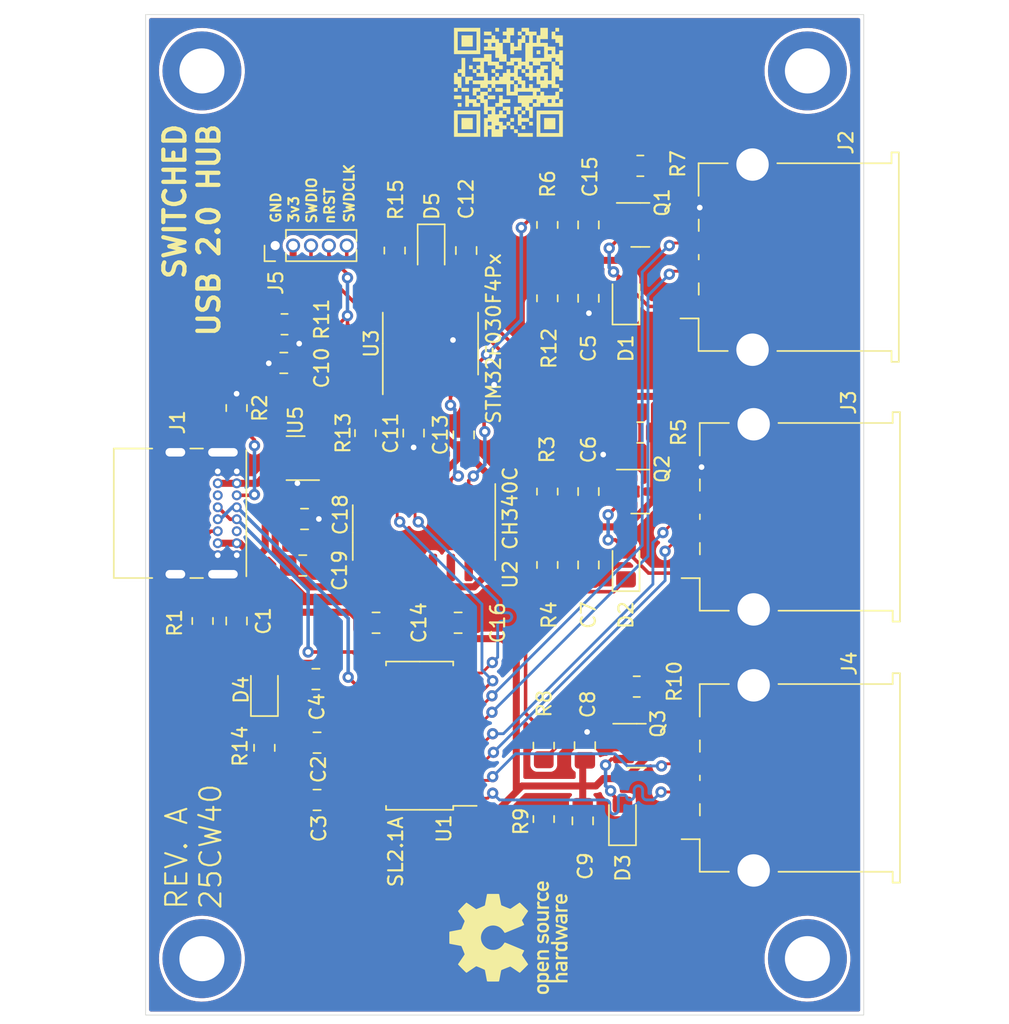
<source format=kicad_pcb>
(kicad_pcb (version 20211014) (generator pcbnew)
  (layers (0 "F.Cu" signal) (31 "B.Cu" signal) (34 "B.Paste" user) (35 "F.Paste" user) (36 "B.SilkS" user "B.Silkscreen") (37 "F.SilkS" user "F.Silkscreen") (38 "B.Mask" user) (39 "F.Mask" user) (44 "Edge.Cuts" user))
  (net 0 "")
  (net 1 "+5V")
  (net 2 "GND")
  (net 3 "Net-(C2-Pad1)")
  (net 4 "Net-(C3-Pad2)")
  (net 5 "+3V3")
  (net 6 "Net-(D1-Pad1)")
  (net 7 "Net-(D1-Pad2)")
  (net 8 "Net-(D2-Pad1)")
  (net 9 "Net-(D2-Pad2)")
  (net 10 "Net-(D3-Pad1)")
  (net 11 "Net-(D3-Pad2)")
  (net 12 "Net-(D4-Pad1)")
  (net 13 "Net-(D5-Pad1)")
  (net 14 "Net-(D5-Pad2)")
  (net 15 "Net-(J1-PadA5)")
  (net 16 "Net-(J1-PadA6)")
  (net 17 "Net-(J1-PadA7)")
  (net 19 "Net-(J1-PadB5)")
  (net 21 "/D2-")
  (net 22 "/D2+")
  (net 23 "/D3-")
  (net 24 "/D3+")
  (net 25 "/D4-")
  (net 26 "/D4+")
  (net 27 "Net-(J5-Pad3)")
  (net 28 "Net-(J5-Pad4)")
  (net 29 "Net-(J5-Pad5)")
  (net 30 "Net-(Q1-Pad1)")
  (net 31 "Net-(Q2-Pad1)")
  (net 32 "Net-(Q3-Pad1)")
  (net 33 "/mcu_subsys/PSU_SW1")
  (net 34 "/mcu_subsys/PSU_SW0")
  (net 35 "/mcu_subsys/PSU_SW2")
  (net 36 "Net-(R13-Pad2)")
  (net 37 "/D1-")
  (net 38 "/D1+")
  (net 41 "Net-(U2-Pad2)")
  (net 42 "Net-(U2-Pad3)")
  (footprint "Resistor_SMD:R_0805_2012Metric_Pad1.20x1.40mm_HandSolder" (layer "F.Cu") (at 188.849 100.076 90)
    (fp_text reference "R12")
    (fp_text value "330R")
  )
  (footprint "Capacitor_SMD:C_0805_2012Metric_Pad1.18x1.45mm_HandSolder" (layer "F.Cu") (at 179.355 109.642 90)
    (fp_text reference "C11")
    (fp_text value "1uF")
  )
  (footprint "Capacitor_SMD:C_0805_2012Metric_Pad1.18x1.45mm_HandSolder" (layer "F.Cu") (at 172.497 135.677)
    (fp_text reference "C3")
    (fp_text value "10uF")
  )
  (footprint "Package_TO_SOT_SMD:SOT-23" (layer "F.Cu") (at 195.199 131.826)
    (fp_text reference "Q3")
    (fp_text value "IRLML6402")
  )
  (footprint "Capacitor_SMD:C_0805_2012Metric_Pad1.18x1.45mm_HandSolder" (layer "F.Cu") (at 191.77 118.999 -90)
    (fp_text reference "C7")
    (fp_text value "1uF")
  )
  (footprint "Capacitor_SMD:C_0805_2012Metric_Pad1.18x1.45mm_HandSolder" (layer "F.Cu") (at 183.0888 96.688 90)
    (fp_text reference "C12")
    (fp_text value "10uF")
  )
  (footprint "Package_TO_SOT_SMD:SOT-23" (layer "F.Cu") (at 195.453 94.869)
    (fp_text reference "Q1")
    (fp_text value "IRLML6402")
  )
  (footprint "Capacitor_SMD:C_0805_2012Metric_Pad1.18x1.45mm_HandSolder" (layer "F.Cu") (at 171.481 119.04)
    (fp_text reference "C19")
    (fp_text value "100nF")
  )
  (footprint "Package_SO:SOIC-16_4.55x10.3mm_P1.27mm" (layer "F.Cu") (at 179.7812 131.1148 180)
    (fp_text reference "U1")
    (fp_text value "SL2.1A")
  )
  (footprint "Capacitor_SMD:C_0805_2012Metric_Pad1.18x1.45mm_HandSolder" (layer "F.Cu") (at 182.911 109.769 90)
    (fp_text reference "C13")
    (fp_text value "0.1uF")
  )
  (footprint "Connector_USB:USB_A_TE_292303-7_Horizontal" (layer "F.Cu") (at 206.2028 115.5856 90)
    (fp_text reference "J3")
    (fp_text value "USB_A")
  )
  (footprint "Connector_USB:USB_A_TE_292303-7_Horizontal" (layer "F.Cu") (at 206.2028 134.112 90)
    (fp_text reference "J4")
    (fp_text value "USB_A")
  )
  (footprint "images:qr" (layer "F.Cu") (at 186.086 84.75 90)
    (fp_text reference "G***" hide)
    (fp_text value "LOGO" hide)
  )
  (footprint "MountingHole:MountingHole_3.2mm_M3_DIN965_Pad" (layer "F.Cu") (at 164.32 83.94)
    (fp_text reference "REF**" hide)
    (fp_text value "MountingHole_3.2mm_M3_DIN965_Pad")
  )
  (footprint "Capacitor_SMD:C_0805_2012Metric_Pad1.18x1.45mm_HandSolder" (layer "F.Cu") (at 191.77 113.792 90)
    (fp_text reference "C6")
    (fp_text value "100nF")
  )
  (footprint "LED_SMD:LED_0805_2012Metric_Pad1.15x1.40mm_HandSolder" (layer "F.Cu") (at 194.437 118.999 90)
    (fp_text reference "D2")
    (fp_text value "LED")
  )
  (footprint "Resistor_SMD:R_0805_2012Metric_Pad1.20x1.40mm_HandSolder" (layer "F.Cu") (at 188.595 131.826 90)
    (fp_text reference "R8")
    (fp_text value "100")
  )
  (footprint "Resistor_SMD:R_0805_2012Metric_Pad1.20x1.40mm_HandSolder" (layer "F.Cu") (at 170.1856 101.9204)
    (fp_text reference "R11")
    (fp_text value "10k")
  )
  (footprint "Package_TO_SOT_SMD:SOT-23" (layer "F.Cu") (at 195.453 113.792)
    (fp_text reference "Q2")
    (fp_text value "IRLML6402")
  )
  (footprint "Capacitor_SMD:C_0805_2012Metric_Pad1.18x1.45mm_HandSolder" (layer "F.Cu") (at 191.77 100.076 -90)
    (fp_text reference "C5")
    (fp_text value "1uF")
  )
  (footprint "Package_SO:SOIC-16_3.9x9.9mm_P1.27mm" (layer "F.Cu") (at 180.0916 116.7032 -90)
    (fp_text reference "U2")
    (fp_text value "CH340C")
  )
  (footprint "LED_SMD:LED_0805_2012Metric_Pad1.15x1.40mm_HandSolder" (layer "F.Cu") (at 194.183 137.033 90)
    (fp_text reference "D3")
    (fp_text value "LED")
  )
  (footprint "Capacitor_SMD:C_0805_2012Metric_Pad1.18x1.45mm_HandSolder" (layer "F.Cu") (at 172.4152 127.1016)
    (fp_text reference "C4")
    (fp_text value "100nF")
  )
  (footprint "Connector_USB:USB_C_Receptacle_GCT_USB4085" (layer "F.Cu") (at 166.7938 112.3566 -90)
    (fp_text reference "J1")
    (fp_text value "USB_C_Receptacle_USB2.0")
  )
  (footprint "Resistor_SMD:R_0805_2012Metric_Pad1.20x1.40mm_HandSolder" (layer "F.Cu") (at 195.453 109.601 180)
    (fp_text reference "R5")
    (fp_text value "10k")
  )
  (footprint "Package_TO_SOT_SMD:SOT-23" (layer "F.Cu") (at 170.973 111.42 180)
    (fp_text reference "U5")
    (fp_text value "MCP1700x-330xxTT")
  )
  (footprint "Resistor_SMD:R_0805_2012Metric_Pad1.20x1.40mm_HandSolder" (layer "F.Cu") (at 188.849 118.999 90)
    (fp_text reference "R4")
    (fp_text value "330R")
  )
  (footprint "Resistor_SMD:R_0805_2012Metric_Pad1.20x1.40mm_HandSolder" (layer "F.Cu") (at 164.369 122.977 -90)
    (fp_text reference "R1")
    (fp_text value "5.1K")
  )
  (footprint "Resistor_SMD:R_0805_2012Metric_Pad1.20x1.40mm_HandSolder" (layer "F.Cu") (at 188.849 113.792 90)
    (fp_text reference "R3")
    (fp_text value "100")
  )
  (footprint "images:oss" (layer "F.Cu") (at 186.086 145.456 90)
    (fp_text reference "G***" hide)
    (fp_text value "LOGO" hide)
  )
  (footprint "Capacitor_SMD:C_0805_2012Metric_Pad1.18x1.45mm_HandSolder" (layer "F.Cu") (at 191.77 94.869 90)
    (fp_text reference "C15")
    (fp_text value "100nF")
  )
  (footprint "LED_SMD:LED_0805_2012Metric_Pad1.15x1.40mm_HandSolder" (layer "F.Cu") (at 168.7576 127.8636 90)
    (fp_text reference "D4")
    (fp_text value "5V IN")
  )
  (footprint "Capacitor_SMD:C_0805_2012Metric_Pad1.18x1.45mm_HandSolder" (layer "F.Cu") (at 182.514 123.104)
    (fp_text reference "C16")
    (fp_text value "100nF")
  )
  (footprint "LED_SMD:LED_0805_2012Metric_Pad1.15x1.40mm_HandSolder" (layer "F.Cu") (at 194.437 100.076 90)
    (fp_text reference "D1")
    (fp_text value "LED")
  )
  (footprint "Package_SO:TSSOP-20_4.4x6.5mm_P0.65mm" (layer "F.Cu") (at 180.5488 103.292 90)
    (fp_text reference "U3")
    (fp_text value "STM32F030F4Px")
  )
  (footprint "Resistor_SMD:R_0805_2012Metric_Pad1.20x1.40mm_HandSolder" (layer "F.Cu") (at 195.199 127.635 180)
    (fp_text reference "R10")
    (fp_text value "10k")
  )
  (footprint "Resistor_SMD:R_0805_2012Metric_Pad1.20x1.40mm_HandSolder" (layer "F.Cu") (at 175.926 109.642 90)
    (fp_text reference "R13")
    (fp_text value "10k")
  )
  (footprint "MountingHole:MountingHole_3.2mm_M3_DIN965_Pad" (layer "F.Cu") (at 207.32 146.94)
    (fp_text reference "REF**" hide)
    (fp_text value "MountingHole_3.2mm_M3_DIN965_Pad")
  )
  (footprint "Capacitor_SMD:C_0805_2012Metric_Pad1.18x1.45mm_HandSolder" (layer "F.Cu") (at 176.688 123.104)
    (fp_text reference "C14")
    (fp_text value "10uF")
  )
  (footprint "Resistor_SMD:R_0805_2012Metric_Pad1.20x1.40mm_HandSolder" (layer "F.Cu") (at 188.849 94.869 90)
    (fp_text reference "R6")
    (fp_text value "100")
  )
  (footprint "LED_SMD:LED_0805_2012Metric_Pad1.15x1.40mm_HandSolder" (layer "F.Cu") (at 180.5996 96.688 -90)
    (fp_text reference "D5")
    (fp_text value "TEST LED")
  )
  (footprint "Capacitor_SMD:C_0805_2012Metric_Pad1.18x1.45mm_HandSolder" (layer "F.Cu") (at 171.608 115.738)
    (fp_text reference "C18")
    (fp_text value "10uF")
  )
  (footprint "Capacitor_SMD:C_0805_2012Metric_Pad1.18x1.45mm_HandSolder" (layer "F.Cu") (at 191.3636 137.16 -90)
    (fp_text reference "C9")
    (fp_text value "1uF")
  )
  (footprint "MountingHole:MountingHole_3.2mm_M3_DIN965_Pad" (layer "F.Cu") (at 207.32 83.94)
    (fp_text reference "REF**" hide)
    (fp_text value "MountingHole_3.2mm_M3_DIN965_Pad")
  )
  (footprint "Capacitor_SMD:C_0805_2012Metric_Pad1.18x1.45mm_HandSolder" (layer "F.Cu") (at 172.497 131.613 180)
    (fp_text reference "C2")
    (fp_text value "10uF")
  )
  (footprint "Resistor_SMD:R_0805_2012Metric_Pad1.20x1.40mm_HandSolder" (layer "F.Cu") (at 195.453 90.678 180)
    (fp_text reference "R7")
    (fp_text value "10k")
  )
  (footprint "Connector_PinHeader_1.27mm:PinHeader_1x05_P1.27mm_Vertical" (layer "F.Cu") (at 169.5252 96.3324 90)
    (fp_text reference "J5")
    (fp_text value "JTAG_CONN")
  )
  (footprint "Resistor_SMD:R_0805_2012Metric_Pad1.20x1.40mm_HandSolder" (layer "F.Cu") (at 166.782 107.864 -90)
    (fp_text reference "R2")
    (fp_text value "5.1K")
  )
  (footprint "Capacitor_SMD:C_0805_2012Metric_Pad1.18x1.45mm_HandSolder" (layer "F.Cu") (at 170.1348 104.6636)
    (fp_text reference "C10")
    (fp_text value "100nF")
  )
  (footprint "Resistor_SMD:R_0805_2012Metric_Pad1.20x1.40mm_HandSolder" (layer "F.Cu") (at 178.0088 96.688 -90)
    (fp_text reference "R15")
    (fp_text value "330R")
  )
  (footprint "MountingHole:MountingHole_3.2mm_M3_DIN965_Pad" (layer "F.Cu") (at 164.32 146.94)
    (fp_text reference "REF**" hide)
    (fp_text value "MountingHole_3.2mm_M3_DIN965_Pad")
  )
  (footprint "Capacitor_SMD:C_0805_2012Metric_Pad1.18x1.45mm_HandSolder" (layer "F.Cu") (at 166.782 122.977 90)
    (fp_text reference "C1")
    (fp_text value "10uF")
  )
  (footprint "Capacitor_SMD:C_0805_2012Metric_Pad1.18x1.45mm_HandSolder" (layer "F.Cu") (at 191.516 131.826 90)
    (fp_text reference "C8")
    (fp_text value "100nF")
  )
  (footprint "Connector_USB:USB_A_TE_292303-7_Horizontal" (layer "F.Cu") (at 206.121 97.155 90)
    (fp_text reference "J2")
    (fp_text value "USB_A")
  )
  (footprint "Resistor_SMD:R_0805_2012Metric_Pad1.20x1.40mm_HandSolder" (layer "F.Cu") (at 188.595 137.033 90)
    (fp_text reference "R9")
    (fp_text value "330R")
  )
  (footprint "Resistor_SMD:R_0805_2012Metric_Pad1.20x1.40mm_HandSolder" (layer "F.Cu") (at 168.7576 131.9784 -90)
    (fp_text reference "R14")
    (fp_text value "330R")
  )
  (gr_rect (start 160.32 79.94) (end 211.32 150.94) (layer "Edge.Cuts") (width 0.05) (fill none))
  (gr_text "3v3" (at 170.846 93.767 90) (layer "F.SilkS") (effects (font (size 0.7 0.7))))
  (gr_text "SWITCHED\nUSB 2.0 HUB" (at 163.607 87.544 90) (layer "F.SilkS") (effects (font (size 1.5 1.5) (thickness 0.3)) (justify right)))
  (gr_text "SWDIO" (at 172.116 93.132 90) (layer "F.SilkS") (effects (font (size 0.7 0.7))))
  (gr_text "SWDCLK" (at 174.783 92.624 90) (layer "F.SilkS") (effects (font (size 0.7 0.7))))
  (gr_text "GND" (at 169.576 93.64 90) (layer "F.SilkS") (effects (font (size 0.7 0.7))))
  (gr_text "REV. A\n25CW40" (at 163.734 143.551 90) (layer "F.SilkS") (effects (font (size 1.5 1.5)) (justify left)))
  (gr_text "nRST" (at 173.386 93.513 90) (layer "F.SilkS") (effects (font (size 0.7 0.7))))
  (segment (start 191.77 97.3836) (end 194.466217 97.3836) (width 0.5) (layer "F.Cu") (net 1))
  (segment (start 191.77 95.9065) (end 191.77 97.3836) (width 0.5) (layer "F.Cu") (net 1))
  (segment (start 169.6196 125.9766) (end 168.32 124.677) (width 0.5) (layer "F.Cu") (net 1))
  (segment (start 168.7576 126.8386) (end 169.6196 125.9766) (width 0.5) (layer "F.Cu") (net 1))
  (segment (start 168.129431 118.581569) (end 168.814 117.897) (width 0.5) (layer "F.Cu") (net 1))
  (segment (start 196.1365 131.826) (end 196.1365 127.6975) (width 0.5) (layer "F.Cu") (net 1))
  (segment (start 168.814 114.722) (end 169.322 114.214) (width 0.5) (layer "F.Cu") (net 1))
  (segment (start 168.32 124.233) (end 167.0005 124.233) (width 0.5) (layer "F.Cu") (net 1))
  (segment (start 169.6196 125.9766) (end 172.3277 125.9766) (width 0.5) (layer "F.Cu") (net 1))
  (segment (start 196.1365 127.6975) (end 196.199 127.635) (width 0.5) (layer "F.Cu") (net 1))
  (segment (start 191.358 134.6864) (end 191.3636 134.6808) (width 0.5) (layer "F.Cu") (net 1))
  (segment (start 187.0512 134.6864) (end 191.358 134.6864) (width 0.5) (layer "F.Cu") (net 1))
  (segment (start 168.32 118.772139) (end 168.129431 118.581569) (width 0.5) (layer "F.Cu") (net 1))
  (segment (start 167.0005 124.233) (end 166.782 124.0145) (width 0.5) (layer "F.Cu") (net 1))
  (segment (start 190.7325 100.076) (end 188.129761 100.076) (width 0.5) (layer "F.Cu") (net 1))
  (segment (start 168.052 95.926) (end 168.052 108.118) (width 0.5) (layer "F.Cu") (net 1))
  (segment (start 196.3905 114.382317) (end 194.473817 116.299) (width 0.5) (layer "F.Cu") (net 1))
  (segment (start 202.9516 101.1584) (end 196.453 107.657) (width 0.5) (layer "F.Cu") (net 1))
  (segment (start 196.3905 94.869) (end 196.3905 90.7405) (width 0.5) (layer "F.Cu") (net 1))
  (segment (start 176.5312 129.2098) (end 176.9518 129.2098) (width 0.5) (layer "F.Cu") (net 1))
  (segment (start 196.3905 90.7405) (end 196.453 90.678) (width 0.5) (layer "F.Cu") (net 1))
  (segment (start 170.0355 110.1015) (end 170.0355 111.42) (width 0.5) (layer "F.Cu") (net 1))
  (segment (start 181.7172 136.9216) (end 184.816 136.9216) (width 0.5) (layer "F.Cu") (net 1))
  (segment (start 187.749 101.695239) (end 193.092261 107.0385) (width 0.5) (layer "F.Cu") (net 1))
  (segment (start 180.3515 124.229) (end 176.7755 124.229) (width 0.5) (layer "F.Cu") (net 1))
  (segment (start 188.129761 100.076) (end 187.749 100.456761) (width 0.5) (layer "F.Cu") (net 1))
  (segment (start 186.6448 125.2186) (end 186.6448 135.0928) (width 0.5) (layer "F.Cu") (net 1))
  (segment (start 168.32 124.677) (end 168.32 124.233) (width 0.5) (layer "F.Cu") (net 1))
  (segment (start 168.32 124.233) (end 168.32 122.356) (width 0.5) (layer "F.Cu") (net 1))
  (segment (start 199.689 90.678) (end 202.9516 93.9406) (width 0.5) (layer "F.Cu") (net 1))
  (segment (start 202.9516 93.9406) (end 202.9516 101.1584) (width 0.5) (layer "F.Cu") (net 1))
  (segment (start 165.4438 117.4566) (end 166.7938 117.4566) (width 0.5) (layer "F.Cu") (net 1))
  (segment (start 168.129431 118.581569) (end 167.004461 117.4566) (width 0.5) (layer "F.Cu") (net 1))
  (segment (start 191.77 116.299) (end 191.77 114.8295) (width 0.5) (layer "F.Cu") (net 1))
  (segment (start 184.816 136.9216) (end 187.0512 134.6864) (width 0.5) (layer "F.Cu") (net 1))
  (segment (start 191.3636 134.6808) (end 192.2973 134.6808) (width 0.5) (layer "F.Cu") (net 1))
  (segment (start 172.3277 125.9766) (end 173.4527 127.1016) (width 0.5) (layer "F.Cu") (net 1))
  (segment (start 174.9025 122.356) (end 175.6505 123.104) (width 0.5) (layer "F.Cu") (net 1))
  (segment (start 202.633994 111.965994) (end 202.633994 119.510006) (width 0.5) (layer "F.Cu") (net 1))
  (segment (start 168.53575 112.91975) (end 170.0355 111.42) (width 0.5) (layer "F.Cu") (net 1))
  (segment (start 174.4 89.578) (end 168.052 95.926) (width 0.5) (layer "F.Cu") (net 1))
  (segment (start 167.004461 117.4566) (end 166.7938 117.4566) (width 0.5) (layer "F.Cu") (net 1))
  (segment (start 185.6552 124.229) (end 186.6448 125.2186) (width 0.5) (layer "F.Cu") (net 1))
  (segment (start 173.4527 127.1016) (end 173.5736 127.1016) (width 0.5) (layer "F.Cu") (net 1))
  (segment (start 191.3636 133.0159) (end 191.516 132.8635) (width 0.5) (layer "F.Cu") (net 1))
  (segment (start 181.4765 123.104) (end 180.3515 124.229) (width 0.5) (layer "F.Cu") (net 1))
  (segment (start 196.199 125.945) (end 196.199 127.635) (width 0.5) (layer "F.Cu") (net 1))
  (segment (start 168.052 108.118) (end 170.0355 110.1015) (width 0.5) (layer "F.Cu") (net 1))
  (segment (start 187.749 100.456761) (end 187.749 101.695239) (width 0.5) (layer "F.Cu") (net 1))
  (segment (start 169.322 113.706) (end 168.53575 112.91975) (width 0.5) (layer "F.Cu") (net 1))
  (segment (start 196.3905 113.792) (end 196.3905 109.6635) (width 0.5) (layer "F.Cu") (net 1))
  (segment (start 195.353 89.578) (end 174.4 89.578) (width 0.5) (layer "F.Cu") (net 1))
  (segment (start 192.2973 134.6808) (end 192.8153 134.1628) (width 0.5) (layer "F.Cu") (net 1))
  (segment (start 191.3636 136.1225) (end 191.3636 134.6808) (width 0.5) (layer "F.Cu") (net 1))
  (segment (start 196.453 90.678) (end 199.689 90.678) (width 0.5) (layer "F.Cu") (net 1))
  (segment (start 180.8536 133.1116) (end 180.8536 136.058) (width 0.5) (layer "F.Cu") (net 1))
  (segment (start 200.269 109.601) (end 202.633994 111.965994) (width 0.5) (layer "F.Cu") (net 1))
  (segment (start 194.390017 134.1628) (end 196.1365 132.416317) (width 0.5) (layer "F.Cu") (net 1))
  (segment (start 196.3905 113.792) (end 196.3905 114.382317) (width 0.5) (layer "F.Cu") (net 1))
  (segment (start 196.453 90.678) (end 195.353 89.578) (width 0.5) (layer "F.Cu") (net 1))
  (segment (start 168.814 117.897) (end 168.814 114.722) (width 0.5) (layer "F.Cu") (net 1))
  (segment (start 191.77 97.3836) (end 191.77 99.0385) (width 0.5) (layer "F.Cu") (net 1))
  (segment (start 180.8536 136.058) (end 181.7172 136.9216) (width 0.5) (layer "F.Cu") (net 1))
  (segment (start 191.3636 134.6808) (end 191.3636 133.0159) (width 0.5) (layer "F.Cu") (net 1))
  (segment (start 165.4438 113.2066) (end 166.7938 113.2066) (width 0.5) (layer "F.Cu") (net 1))
  (segment (start 191.77 117.9615) (end 191.77 116.299) (width 0.5) (layer "F.Cu") (net 1))
  (segment (start 196.3905 109.6635) (end 196.453 109.601) (width 0.5) (layer "F.Cu") (net 1))
  (segment (start 169.322 114.214) (end 169.322 113.706) (width 0.5) (layer "F.Cu") (net 1))
  (segment (start 196.453 109.601) (end 200.269 109.601) (width 0.5) (layer "F.Cu") (net 1))
  (segment (start 196.3905 95.459317) (end 196.3905 94.869) (width 0.5) (layer "F.Cu") (net 1))
  (segment (start 168.2489 113.2066) (end 168.53575 112.91975) (width 0.5) (layer "F.Cu") (net 1))
  (segment (start 196.453 107.657) (end 196.453 109.601) (width 0.5) (layer "F.Cu") (net 1))
  (segment (start 194.473817 116.299) (end 191.77 116.299) (width 0.5) (layer "F.Cu") (net 1))
  (segment (start 193.092261 107.0385) (end 197.0715 107.0385) (width 0.5) (layer "F.Cu") (net 1))
  (segment (start 191.77 99.0385) (end 190.7325 100.076) (width 0.5) (layer "F.Cu") (net 1))
  (segment (start 173.5736 127.1016) (end 175.7228 129.2508) (width 0.5) (layer "F.Cu") (net 1))
  (segment (start 166.7938 113.2066) (end 168.2489 113.2066) (width 0.5) (layer "F.Cu") (net 1))
  (segment (start 168.32 122.356) (end 168.32 118.772139) (width 0.5) (layer "F.Cu") (net 1))
  (segment (start 168.32 122.356) (end 174.9025 122.356) (width 0.5) (layer "F.Cu") (net 1))
  (segment (start 196.1365 132.416317) (end 196.1365 131.826) (width 0.5) (layer "F.Cu") (net 1))
  (segment (start 176.7755 124.229) (end 175.6505 123.104) (width 0.5) (layer "F.Cu") (net 1))
  (segment (start 176.9518 129.2098) (end 180.8536 133.1116) (width 0.5) (layer "F.Cu") (net 1))
  (segment (start 192.8153 134.1628) (end 194.390017 134.1628) (width 0.5) (layer "F.Cu") (net 1))
  (segment (start 181.4765 123.104) (end 182.6015 124.229) (width 0.5) (layer "F.Cu") (net 1))
  (segment (start 182.6015 124.229) (end 185.6552 124.229) (width 0.5) (layer "F.Cu") (net 1))
  (segment (start 202.633994 119.510006) (end 196.199 125.945) (width 0.5) (layer "F.Cu") (net 1))
  (segment (start 194.466217 97.3836) (end 196.3905 95.459317) (width 0.5) (layer "F.Cu") (net 1))
  (segment (start 169.0934 104.6636) (end 169.068 104.689) (width 0.5) (layer "F.Cu") (net 2))
  (segment (start 169.0973 104.6636) (end 169.0934 104.6636) (width 0.5) (layer "F.Cu") (net 2))
  (via (at 171.1 113.198) (size 0.8) (drill 0.4) (layers "F.Cu" "B.Cu") (net 2))
  (via (at 199.675 93.64) (size 0.8) (drill 0.4) (layers "F.Cu" "B.Cu") (net 2))
  (via (at 185.07 106.213) (size 0.8) (drill 0.4) (layers "F.Cu" "B.Cu") (net 2))
  (via (at 179.355 110.658) (size 0.8) (drill 0.4) (layers "F.Cu" "B.Cu") (net 2))
  (via (at 191.801 101.133) (size 0.8) (drill 0.4) (layers "F.Cu" "B.Cu") (net 2))
  (via (at 182.149 103.038) (size 0.8) (drill 0.4) (layers "F.Cu" "B.Cu") (net 2))
  (via (at 166.782 106.848) (size 0.8) (drill 0.4) (layers "F.Cu" "B.Cu") (net 2))
  (via (at 172.624 115.738) (size 0.8) (drill 0.4) (layers "F.Cu" "B.Cu") (net 2))
  (via (at 171.227 103.292) (size 0.8) (drill 0.4) (layers "F.Cu" "B.Cu") (net 2))
  (via (at 192.817 111.166) (size 0.8) (drill 0.4) (layers "F.Cu" "B.Cu") (net 2))
  (via (at 169.068 104.689) (size 0.8) (drill 0.4) (layers "F.Cu" "B.Cu") (net 2))
  (via (at 199.802 112.055) (size 0.8) (drill 0.4) (layers "F.Cu" "B.Cu") (net 2))
  (via (at 191.674 130.851) (size 0.8) (drill 0.4) (layers "F.Cu" "B.Cu") (net 2))
  (segment (start 176.5312 131.7498) (end 173.6713 131.7498) (width 0.25) (layer "F.Cu") (net 3))
  (segment (start 173.6713 131.7498) (end 173.5345 131.613) (width 0.25) (layer "F.Cu") (net 3))
  (segment (start 176.4042 133.1468) (end 176.5312 133.0198) (width 0.25) (layer "F.Cu") (net 4))
  (segment (start 176.5312 133.0198) (end 176.1917 133.0198) (width 0.25) (layer "F.Cu") (net 4))
  (segment (start 176.1917 133.0198) (end 173.5345 135.677) (width 0.25) (layer "F.Cu") (net 4))
  (segment (start 180.7012 113.2488) (end 179.475 112.0226) (width 0.5) (layer "F.Cu") (net 5))
  (segment (start 169.5252 116.7833) (end 169.5252 118.1217) (width 0.5) (layer "F.Cu") (net 5))
  (segment (start 171.9105 110.47) (end 171.5803 110.1398) (width 0.5) (layer "F.Cu") (net 5))
  (segment (start 170.7952 100.3108) (end 170.7952 96.3324) (width 0.5) (layer "F.Cu") (net 5))
  (segment (start 184.5366 119.1782) (end 185.2366 118.4782) (width 0.5) (layer "F.Cu") (net 5))
  (segment (start 180.2238 99.634893) (end 180.566693 99.292) (width 0.5) (layer "F.Cu") (net 5))
  (segment (start 169.1856 102.6769) (end 171.1723 104.6636) (width 0.5) (layer "F.Cu") (net 5))
  (segment (start 182.5046 110.8065) (end 182.911 110.8065) (width 0.5) (layer "F.Cu") (net 5))
  (segment (start 185.2366 113.175383) (end 182.911 110.849783) (width 0.5) (layer "F.Cu") (net 5))
  (segment (start 171.9105 110.47) (end 173.4631 112.0226) (width 0.5) (layer "F.Cu") (net 5))
  (segment (start 180.2738 100.4795) (end 180.2738 106.1045) (width 0.5) (layer "F.Cu") (net 5))
  (segment (start 171.3907 114.9178) (end 170.5705 115.738) (width 0.5) (layer "F.Cu") (net 5))
  (segment (start 180.2238 100.4295) (end 180.2738 100.4795) (width 0.5) (layer "F.Cu") (net 5))
  (segment (start 171.513017 114.9178) (end 171.3907 114.9178) (width 0.5) (layer "F.Cu") (net 5))
  (segment (start 179.355 108.7315) (end 180.4296 108.7315) (width 0.5) (layer "F.Cu") (net 5))
  (segment (start 171.5803 110.1398) (end 171.5803 105.0716) (width 0.5) (layer "F.Cu") (net 5))
  (segment (start 180.4296 108.7315) (end 182.5046 110.8065) (width 0.5) (layer "F.Cu") (net 5))
  (segment (start 182.911 111.039) (end 180.7012 113.2488) (width 0.5) (layer "F.Cu") (net 5))
  (segment (start 185.2366 118.4782) (end 185.2366 113.175383) (width 0.5) (layer "F.Cu") (net 5))
  (segment (start 171.5803 105.0716) (end 171.1723 104.6636) (width 0.5) (layer "F.Cu") (net 5))
  (segment (start 179.475 112.0226) (end 174.2934 112.0226) (width 0.5) (layer "F.Cu") (net 5))
  (segment (start 184.5366 119.661017) (end 183.644417 120.5532) (width 0.5) (layer "F.Cu") (net 5))
  (segment (start 180.566693 99.292) (end 181.5008 99.292) (width 0.5) (layer "F.Cu") (net 5))
  (segment (start 182.911 110.8065) (end 182.911 111.039) (width 0.5) (layer "F.Cu") (net 5))
  (segment (start 180.2738 106.1045) (end 180.2238 106.1545) (width 0.5) (layer "F.Cu") (net 5))
  (segment (start 173.4631 112.0226) (end 174.2934 112.0226) (width 0.5) (layer "F.Cu") (net 5))
  (segment (start 170.5705 115.738) (end 169.5252 116.7833) (width 0.5) (layer "F.Cu") (net 5))
  (segment (start 182.911 110.849783) (end 182.911 110.8065) (width 0.5) (layer "F.Cu") (net 5))
  (segment (start 180.2238 107.8627) (end 179.355 108.7315) (width 0.5) (layer "F.Cu") (net 5))
  (segment (start 181.5008 99.292) (end 183.0673 97.7255) (width 0.5) (layer "F.Cu") (net 5))
  (segment (start 180.2238 100.4295) (end 180.2238 99.634893) (width 0.5) (layer "F.Cu") (net 5))
  (segment (start 180.2238 106.1545) (end 180.2238 107.8627) (width 0.5) (layer "F.Cu") (net 5))
  (segment (start 184.5366 119.1782) (end 184.5366 119.661017) (width 0.5) (layer "F.Cu") (net 5))
  (segment (start 169.1856 101.9204) (end 170.7952 100.3108) (width 0.5) (layer "F.Cu") (net 5))
  (segment (start 183.644417 120.5532) (end 171.9567 120.5532) (width 0.5) (layer "F.Cu") (net 5))
  (segment (start 171.9567 120.5532) (end 170.4435 119.04) (width 0.5) (layer "F.Cu") (net 5))
  (segment (start 169.5252 118.1217) (end 170.4435 119.04) (width 0.5) (layer "F.Cu") (net 5))
  (segment (start 169.1856 101.9204) (end 169.1856 102.6769) (width 0.5) (layer "F.Cu") (net 5))
  (segment (start 183.0673 97.7255) (end 183.0888 97.7255) (width 0.5) (layer "F.Cu") (net 5))
  (segment (start 174.2934 112.0226) (end 174.2934 112.137417) (width 0.5) (layer "F.Cu") (net 5))
  (segment (start 174.2934 112.137417) (end 171.513017 114.9178) (width 0.5) (layer "F.Cu") (net 5))
  (segment (start 189.749 101.976) (end 193.562 101.976) (width 0.25) (layer "F.Cu") (net 6))
  (segment (start 193.562 101.976) (end 194.437 101.101) (width 0.25) (layer "F.Cu") (net 6))
  (segment (start 188.849 101.076) (end 189.749 101.976) (width 0.25) (layer "F.Cu") (net 6))
  (segment (start 193.548 98.1964) (end 193.5824 98.1964) (width 0.25) (layer "F.Cu") (net 7))
  (segment (start 194.5155 95.819) (end 193.9442 95.819) (width 0.25) (layer "F.Cu") (net 7))
  (segment (start 193.5824 98.1964) (end 194.437 99.051) (width 0.25) (layer "F.Cu") (net 7))
  (segment (start 199.741 100.655) (end 196.041 100.655) (width 0.25) (layer "F.Cu") (net 7))
  (segment (start 196.041 100.655) (end 194.437 99.051) (width 0.25) (layer "F.Cu") (net 7))
  (segment (start 193.9442 95.819) (end 193.2432 96.52) (width 0.25) (layer "F.Cu") (net 7))
  (via (at 193.548 98.1964) (size 0.8) (drill 0.4) (layers "F.Cu" "B.Cu") (net 7))
  (via (at 193.2432 96.52) (size 0.8) (drill 0.4) (layers "F.Cu" "B.Cu") (net 7))
  (segment (start 193.2432 96.52) (end 193.2432 97.8916) (width 0.25) (layer "B.Cu") (net 7))
  (segment (start 193.2432 97.8916) (end 193.548 98.1964) (width 0.25) (layer "B.Cu") (net 7))
  (segment (start 193.562 120.899) (end 194.437 120.024) (width 0.25) (layer "F.Cu") (net 8))
  (segment (start 188.849 119.999) (end 189.749 120.899) (width 0.25) (layer "F.Cu") (net 8))
  (segment (start 189.749 120.899) (end 193.562 120.899) (width 0.25) (layer "F.Cu") (net 8))
  (segment (start 193.684 117.221) (end 194.437 117.974) (width 0.25) (layer "F.Cu") (net 9))
  (segment (start 196.041 119.578) (end 199.3304 119.578) (width 0.25) (layer "F.Cu") (net 9))
  (segment (start 194.437 117.974) (end 196.041 119.578) (width 0.25) (layer "F.Cu") (net 9))
  (segment (start 199.3304 119.578) (end 199.8228 119.0856) (width 0.25) (layer "F.Cu") (net 9))
  (segment (start 193.167 117.221) (end 193.684 117.221) (width 0.25) (layer "F.Cu") (net 9))
  (segment (start 193.868 114.742) (end 193.167 115.443) (width 0.25) (layer "F.Cu") (net 9))
  (segment (start 194.5155 114.742) (end 193.868 114.742) (width 0.25) (layer "F.Cu") (net 9))
  (via (at 193.167 115.443) (size 0.8) (drill 0.4) (layers "F.Cu" "B.Cu") (net 9))
  (via (at 193.167 117.221) (size 0.8) (drill 0.4) (layers "F.Cu" "B.Cu") (net 9))
  (segment (start 193.167 115.443) (end 193.167 117.221) (width 0.25) (layer "B.Cu") (net 9))
  (segment (start 189.622 139.06) (end 193.181 139.06) (width 0.25) (layer "F.Cu") (net 10))
  (segment (start 193.181 139.06) (end 194.183 138.058) (width 0.25) (layer "F.Cu") (net 10))
  (segment (start 188.595 138.033) (end 189.622 139.06) (width 0.25) (layer "F.Cu") (net 10))
  (segment (start 194.2615 132.776) (end 193.4108 132.776) (width 0.25) (layer "F.Cu") (net 11))
  (segment (start 193.4108 132.776) (end 192.984982 133.201818) (width 0.25) (layer "F.Cu") (net 11))
  (segment (start 193.3448 135.1698) (end 194.183 136.008) (width 0.25) (layer "F.Cu") (net 11))
  (segment (start 199.8228 137.612) (end 195.787 137.612) (width 0.25) (layer "F.Cu") (net 11))
  (segment (start 195.787 137.612) (end 194.183 136.008) (width 0.25) (layer "F.Cu") (net 11))
  (segment (start 193.3448 135.0264) (end 193.3448 135.1698) (width 0.25) (layer "F.Cu") (net 11))
  (via (at 193.3448 135.0264) (size 0.8) (drill 0.4) (layers "F.Cu" "B.Cu") (net 11))
  (via (at 192.984982 133.201818) (size 0.8) (drill 0.4) (layers "F.Cu" "B.Cu") (net 11))
  (segment (start 192.984982 134.666582) (end 193.3448 135.0264) (width 0.25) (layer "B.Cu") (net 11))
  (segment (start 192.984982 133.201818) (end 192.984982 134.666582) (width 0.25) (layer "B.Cu") (net 11))
  (segment (start 168.7576 130.9784) (end 168.7576 128.8886) (width 0.25) (layer "F.Cu") (net 12))
  (segment (start 180.5746 95.688) (end 180.5996 95.663) (width 0.25) (layer "F.Cu") (net 13))
  (segment (start 178.0088 95.688) (end 180.5746 95.688) (width 0.25) (layer "F.Cu") (net 13))
  (segment (start 178.9238 100.4295) (end 178.9238 99.3888) (width 0.25) (layer "F.Cu") (net 14))
  (segment (start 178.9238 99.3888) (end 180.5996 97.713) (width 0.25) (layer "F.Cu") (net 14))
  (segment (start 168.052 110.531) (end 168.052 110.134) (width 0.25) (layer "F.Cu") (net 15))
  (segment (start 168.052 110.134) (end 166.782 108.864) (width 0.25) (layer "F.Cu") (net 15))
  (segment (start 167.996242 114.0566) (end 168.046742 114.0061) (width 0.25) (layer "F.Cu") (net 15))
  (segment (start 166.7938 114.0566) (end 167.996242 114.0566) (width 0.25) (layer "F.Cu") (net 15))
  (via (at 168.046742 114.0061) (size 0.8) (drill 0.4) (layers "F.Cu" "B.Cu") (net 15))
  (via (at 168.052 110.531) (size 0.8) (drill 0.4) (layers "F.Cu" "B.Cu") (net 15))
  (segment (start 168.052 114.000842) (end 168.052 110.531) (width 0.25) (layer "B.Cu") (net 15))
  (segment (start 168.046742 114.0061) (end 168.052 114.000842) (width 0.25) (layer "B.Cu") (net 15))
  (segment (start 174.7068 126.9648) (end 175.6818 127.9398) (width 0.25) (layer "F.Cu") (net 16))
  (segment (start 175.6818 127.9398) (end 176.5312 127.9398) (width 0.25) (layer "F.Cu") (net 16))
  (via (at 174.7068 126.9648) (size 0.8) (drill 0.4) (layers "F.Cu" "B.Cu") (net 16))
  (segment (start 166.7938 114.9066) (end 166.4704 114.9066) (width 0.25) (layer "B.Cu") (net 16))
  (segment (start 174.7068 122.785716) (end 174.7068 126.9648) (width 0.25) (layer "B.Cu") (net 16))
  (segment (start 166.7938 114.9066) (end 166.827684 114.9066) (width 0.25) (layer "B.Cu") (net 16))
  (segment (start 165.6204 115.7566) (end 165.4438 115.7566) (width 0.25) (layer "B.Cu") (net 16))
  (segment (start 166.4704 114.9066) (end 165.6204 115.7566) (width 0.25) (layer "B.Cu") (net 16))
  (segment (start 166.827684 114.9066) (end 174.7068 122.785716) (width 0.25) (layer "B.Cu") (net 16))
  (segment (start 166.327684 115.7566) (end 166.7938 115.7566) (width 0.25) (layer "F.Cu") (net 17))
  (segment (start 175.0385 125.1771) (end 176.5312 126.6698) (width 0.25) (layer "F.Cu") (net 17))
  (segment (start 171.862 125.1771) (end 175.0385 125.1771) (width 0.25) (layer "F.Cu") (net 17))
  (segment (start 165.477684 114.9066) (end 166.327684 115.7566) (width 0.25) (layer "F.Cu") (net 17))
  (segment (start 165.4438 114.9066) (end 165.477684 114.9066) (width 0.25) (layer "F.Cu") (net 17))
  (via (at 171.862 125.1771) (size 0.8) (drill 0.4) (layers "F.Cu" "B.Cu") (net 17))
  (segment (start 171.862 125.1771) (end 171.862 120.790916) (width 0.25) (layer "B.Cu") (net 17))
  (segment (start 171.862 120.790916) (end 166.827684 115.7566) (width 0.25) (layer "B.Cu") (net 17))
  (segment (start 166.827684 115.7566) (end 166.7938 115.7566) (width 0.25) (layer "B.Cu") (net 17))
  (segment (start 163.988 117.567426) (end 163.988 121.596) (width 0.25) (layer "F.Cu") (net 19))
  (segment (start 165.4438 116.6066) (end 164.948826 116.6066) (width 0.25) (layer "F.Cu") (net 19))
  (segment (start 164.948826 116.6066) (end 163.988 117.567426) (width 0.25) (layer "F.Cu") (net 19))
  (segment (start 163.988 121.596) (end 164.369 121.977) (width 0.25) (layer "F.Cu") (net 19))
  (segment (start 183.0312 130.4798) (end 183.8918 130.4798) (width 0.2) (layer "F.Cu") (net 21))
  (segment (start 197.7254 98.155) (end 199.741 98.155) (width 0.2) (layer "F.Cu") (net 21))
  (segment (start 183.8918 130.4798) (end 184.9176 129.454) (width 0.2) (layer "F.Cu") (net 21))
  (segment (start 197.516 98.3644) (end 197.7254 98.155) (width 0.2) (layer "F.Cu") (net 21))
  (via (at 197.516 98.3644) (size 0.8) (drill 0.4) (layers "F.Cu" "B.Cu") (net 21))
  (via (at 184.9176 129.454) (size 0.8) (drill 0.4) (layers "F.Cu" "B.Cu") (net 21))
  (segment (start 195.9976 118.374) (end 195.9976 99.8828) (width 0.2) (layer "B.Cu") (net 21))
  (segment (start 184.9176 129.454) (end 195.9976 118.374) (width 0.2) (layer "B.Cu") (net 21))
  (segment (start 195.9976 99.8828) (end 197.516 98.3644) (width 0.2) (layer "B.Cu") (net 21))
  (segment (start 199.741 96.155) (end 197.6934 96.155) (width 0.2) (layer "F.Cu") (net 22))
  (segment (start 183.9934 129.2098) (end 184.9176 128.2856) (width 0.2) (layer "F.Cu") (net 22))
  (segment (start 183.0312 129.2098) (end 183.9934 129.2098) (width 0.2) (layer "F.Cu") (net 22))
  (segment (start 197.6934 96.155) (end 197.516 96.3324) (width 0.2) (layer "F.Cu") (net 22))
  (via (at 184.9176 128.2856) (size 0.8) (drill 0.4) (layers "F.Cu" "B.Cu") (net 22))
  (via (at 197.516 96.3324) (size 0.8) (drill 0.4) (layers "F.Cu" "B.Cu") (net 22))
  (segment (start 195.5856 117.6176) (end 195.5856 98.212) (width 0.2) (layer "B.Cu") (net 22))
  (segment (start 197.4652 96.3324) (end 197.516 96.3324) (width 0.2) (layer "B.Cu") (net 22))
  (segment (start 195.5856 98.212) (end 197.4652 96.3324) (width 0.2) (layer "B.Cu") (net 22))
  (segment (start 184.9176 128.2856) (end 195.5856 117.6176) (width 0.2) (layer "B.Cu") (net 22))
  (segment (start 197.2112 118.024) (end 198.6496 116.5856) (width 0.2) (layer "F.Cu") (net 23))
  (segment (start 184.2982 133.0198) (end 185.0192 132.2988) (width 0.2) (layer "F.Cu") (net 23))
  (segment (start 198.6496 116.5856) (end 199.8228 116.5856) (width 0.2) (layer "F.Cu") (net 23))
  (segment (start 183.0312 133.0198) (end 184.2982 133.0198) (width 0.2) (layer "F.Cu") (net 23))
  (via (at 185.0192 132.2988) (size 0.8) (drill 0.4) (layers "F.Cu" "B.Cu") (net 23))
  (via (at 197.2112 118.024) (size 0.8) (drill 0.4) (layers "F.Cu" "B.Cu") (net 23))
  (segment (start 197.2112 120.1068) (end 185.0192 132.2988) (width 0.2) (layer "B.Cu") (net 23))
  (segment (start 197.2112 118.024) (end 197.2112 120.1068) (width 0.2) (layer "B.Cu") (net 23))
  (segment (start 199.8228 114.5856) (end 199.1764 114.5856) (width 0.2) (layer "F.Cu") (net 24))
  (segment (start 184.1966 131.7498) (end 184.9684 130.978) (width 0.2) (layer "F.Cu") (net 24))
  (segment (start 183.0312 131.7498) (end 184.1966 131.7498) (width 0.2) (layer "F.Cu") (net 24))
  (segment (start 199.1764 114.5856) (end 197.0588 116.7032) (width 0.2) (layer "F.Cu") (net 24))
  (via (at 184.9684 130.978) (size 0.8) (drill 0.4) (layers "F.Cu" "B.Cu") (net 24))
  (via (at 197.0588 116.7032) (size 0.8) (drill 0.4) (layers "F.Cu" "B.Cu") (net 24))
  (segment (start 197.0588 116.7032) (end 196.3476 117.4144) (width 0.2) (layer "B.Cu") (net 24))
  (segment (start 185.7304 130.978) (end 184.9684 130.978) (width 0.2) (layer "B.Cu") (net 24))
  (segment (start 196.3476 117.4144) (end 196.3476 120.3608) (width 0.2) (layer "B.Cu") (net 24))
  (segment (start 196.3476 120.3608) (end 185.7304 130.978) (width 0.2) (layer "B.Cu") (net 24))
  (segment (start 184.603 135.5598) (end 184.9684 135.1944) (width 0.2) (layer "F.Cu") (net 25))
  (segment (start 199.8228 135.112) (end 196.9256 135.112) (width 0.2) (layer "F.Cu") (net 25))
  (segment (start 183.0312 135.5598) (end 184.603 135.5598) (width 0.2) (layer "F.Cu") (net 25))
  (via (at 196.9256 135.112) (size 0.8) (drill 0.4) (layers "F.Cu" "B.Cu") (net 25))
  (via (at 184.9684 135.1944) (size 0.8) (drill 0.4) (layers "F.Cu" "B.Cu") (net 25))
  (segment (start 193.2902 135.9764) (end 193.2902 136.3764) (width 0.2) (layer "B.Cu") (net 25))
  (segment (start 194.6652 135.6764) (end 194.7152 135.6764) (width 0.2) (layer "B.Cu") (net 25))
  (segment (start 193.8902 136.3764) (end 193.8902 135.6764) (width 0.2) (layer "B.Cu") (net 25))
  (segment (start 196.3612 135.6764) (end 196.9256 135.112) (width 0.2) (layer "B.Cu") (net 25))
  (segment (start 195.6152 134.9764) (end 195.6152 135.3764) (width 0.2) (layer "B.Cu") (net 25))
  (segment (start 193.8902 135.6764) (end 193.8902 135.5014) (width 0.2) (layer "B.Cu") (net 25))
  (segment (start 184.9684 135.1944) (end 185.4504 135.6764) (width 0.2) (layer "B.Cu") (net 25))
  (segment (start 195.0152 135.3764) (end 195.0152 134.9764) (width 0.2) (layer "B.Cu") (net 25))
  (segment (start 195.9152 135.6764) (end 196.3612 135.6764) (width 0.2) (layer "B.Cu") (net 25))
  (segment (start 194.0652 135.3264) (end 194.3152 135.3264) (width 0.2) (layer "B.Cu") (net 25))
  (segment (start 185.4504 135.6764) (end 192.9902 135.6764) (width 0.2) (layer "B.Cu") (net 25))
  (arc (start 193.8902 135.5014) (mid 193.941456 135.377656) (end 194.0652 135.3264) (width 0.2) (layer "B.Cu") (net 25))
  (arc (start 195.6152 135.3764) (mid 195.703068 135.588532) (end 195.9152 135.6764) (width 0.2) (layer "B.Cu") (net 25))
  (arc (start 195.0152 134.9764) (mid 195.103068 134.764268) (end 195.3152 134.6764) (width 0.2) (layer "B.Cu") (net 25))
  (arc (start 193.5902 136.6764) (mid 193.802332 136.588532) (end 193.8902 136.3764) (width 0.2) (layer "B.Cu") (net 25))
  (arc (start 195.3152 134.6764) (mid 195.527332 134.764268) (end 195.6152 134.9764) (width 0.2) (layer "B.Cu") (net 25))
  (arc (start 192.9902 135.6764) (mid 193.202332 135.764268) (end 193.2902 135.9764) (width 0.2) (layer "B.Cu") (net 25))
  (arc (start 193.2902 136.3764) (mid 193.378068 136.588532) (end 193.5902 136.6764) (width 0.2) (layer "B.Cu") (net 25))
  (arc (start 194.3152 135.3264) (mid 194.438944 135.377656) (end 194.4902 135.5014) (width 0.2) (layer "B.Cu") (net 25))
  (arc (start 194.7152 135.6764) (mid 194.927332 135.588532) (end 195.0152 135.3764) (width 0.2) (layer "B.Cu") (net 25))
  (arc (start 194.4902 135.5014) (mid 194.541456 135.625144) (end 194.6652 135.6764) (width 0.2) (layer "B.Cu") (net 25))
  (segment (start 184.9684 134.026) (end 184.7046 134.2898) (width 0.2) (layer "F.Cu") (net 26))
  (segment (start 197.1092 133.112) (end 196.9572 133.264) (width 0.2) (layer "F.Cu") (net 26))
  (segment (start 184.7046 134.2898) (end 183.0312 134.2898) (width 0.2) (layer "F.Cu") (net 26))
  (segment (start 199.8228 133.112) (end 197.1092 133.112) (width 0.2) (layer "F.Cu") (net 26))
  (via (at 184.9684 134.026) (size 0.8) (drill 0.4) (layers "F.Cu" "B.Cu") (net 26))
  (via (at 196.9572 133.264) (size 0.8) (drill 0.4) (layers "F.Cu" "B.Cu") (net 26))
  (segment (start 196.9572 133.264) (end 194.5188 133.264) (width 0.2) (layer "B.Cu") (net 26))
  (segment (start 193.6552 132.4004) (end 186.594 132.4004) (width 0.2) (layer "B.Cu") (net 26))
  (segment (start 194.5188 133.264) (end 193.6552 132.4004) (width 0.2) (layer "B.Cu") (net 26))
  (segment (start 186.594 132.4004) (end 184.9684 134.026) (width 0.2) (layer "B.Cu") (net 26))
  (segment (start 172.0652 96.3324) (end 172.0652 97.2976) (width 0.25) (layer "F.Cu") (net 27))
  (segment (start 178.2738 101.04733) (end 178.2738 100.4295) (width 0.25) (layer "F.Cu") (net 27))
  (segment (start 177.50233 101.8188) (end 178.2738 101.04733) (width 0.25) (layer "F.Cu") (net 27))
  (segment (start 176.5864 101.8188) (end 177.50233 101.8188) (width 0.25) (layer "F.Cu") (net 27))
  (segment (start 172.0652 97.2976) (end 176.5864 101.8188) (width 0.25) (layer "F.Cu") (net 27))
  (segment (start 174.656 101.3108) (end 174.656 101.9204) (width 0.25) (layer "F.Cu") (net 28))
  (segment (start 179.5738 106.1545) (end 179.5738 105.53667) (width 0.25) (layer "F.Cu") (net 28))
  (segment (start 174.656 101.9204) (end 174.8084 102.0728) (width 0.25) (layer "F.Cu") (net 28))
  (segment (start 174.6052 98.5676) (end 174.656 98.6184) (width 0.25) (layer "F.Cu") (net 28))
  (segment (start 173.3352 96.3324) (end 173.3352 97.0436) (width 0.25) (layer "F.Cu") (net 28))
  (segment (start 179.5738 105.53667) (end 176.10993 102.0728) (width 0.25) (layer "F.Cu") (net 28))
  (segment (start 174.6052 98.3136) (end 174.6052 98.5676) (width 0.25) (layer "F.Cu") (net 28))
  (segment (start 171.1856 101.9204) (end 174.0464 101.9204) (width 0.25) (layer "F.Cu") (net 28))
  (segment (start 174.0464 101.9204) (end 174.656 101.3108) (width 0.25) (layer "F.Cu") (net 28))
  (segment (start 173.3352 97.0436) (end 174.6052 98.3136) (width 0.25) (layer "F.Cu") (net 28))
  (segment (start 176.10993 102.0728) (end 174.8084 102.0728) (width 0.25) (layer "F.Cu") (net 28))
  (via (at 174.656 101.3108) (size 0.8) (drill 0.4) (layers "F.Cu" "B.Cu") (net 28))
  (via (at 174.656 98.6184) (size 0.8) (drill 0.4) (layers "F.Cu" "B.Cu") (net 28))
  (segment (start 174.656 98.6184) (end 174.656 101.3108) (width 0.25) (layer "B.Cu") (net 28))
  (segment (start 174.6052 97.4109) (end 174.6052 96.3324) (width 0.25) (layer "F.Cu") (net 29))
  (segment (start 177.6238 100.4295) (end 174.6052 97.4109) (width 0.25) (layer "F.Cu") (net 29))
  (segment (start 194.453 93.8565) (end 194.5155 93.919) (width 0.25) (layer "F.Cu") (net 30))
  (segment (start 193.1924 90.678) (end 194.453 90.678) (width 0.25) (layer "F.Cu") (net 30))
  (segment (start 189.824 94.0464) (end 193.1924 90.678) (width 0.25) (layer "F.Cu") (net 30))
  (segment (start 188.849 95.869) (end 189.824 94.894) (width 0.25) (layer "F.Cu") (net 30))
  (segment (start 189.824 94.894) (end 189.824 94.0464) (width 0.25) (layer "F.Cu") (net 30))
  (segment (start 194.453 90.678) (end 194.453 93.8565) (width 0.25) (layer "F.Cu") (net 30))
  (segment (start 189.824 112.224538) (end 189.824 113.817) (width 0.25) (layer "F.Cu") (net 31))
  (segment (start 194.453 109.601) (end 192.447538 109.601) (width 0.25) (layer "F.Cu") (net 31))
  (segment (start 194.453 109.601) (end 194.453 112.7795) (width 0.25) (layer "F.Cu") (net 31))
  (segment (start 189.824 113.817) (end 188.849 114.792) (width 0.25) (layer "F.Cu") (net 31))
  (segment (start 192.447538 109.601) (end 189.824 112.224538) (width 0.25) (layer "F.Cu") (net 31))
  (segment (start 194.453 112.7795) (end 194.5155 112.842) (width 0.25) (layer "F.Cu") (net 31))
  (segment (start 189.57 131.851) (end 189.57 131.0288) (width 0.25) (layer "F.Cu") (net 32))
  (segment (start 194.199 130.8135) (end 194.2615 130.876) (width 0.25) (layer "F.Cu") (net 32))
  (segment (start 188.595 132.826) (end 189.57 131.851) (width 0.25) (layer "F.Cu") (net 32))
  (segment (start 194.199 127.635) (end 194.199 130.8135) (width 0.25) (layer "F.Cu") (net 32))
  (segment (start 189.57 131.0288) (end 192.9638 127.635) (width 0.25) (layer "F.Cu") (net 32))
  (segment (start 192.9638 127.635) (end 194.199 127.635) (width 0.25) (layer "F.Cu") (net 32))
  (segment (start 188.849 105.8047) (end 183.4738 100.4295) (width 0.25) (layer "F.Cu") (net 33))
  (segment (start 188.849 112.792) (end 188.849 105.8047) (width 0.25) (layer "F.Cu") (net 33))
  (segment (start 183.4738 105.1422) (end 183.4738 106.1545) (width 0.25) (layer "F.Cu") (net 34))
  (segment (start 184.5366 104.0794) (end 183.4738 105.1422) (width 0.25) (layer "F.Cu") (net 34))
  (segment (start 188.1938 93.869) (end 187.0004 95.0624) (width 0.25) (layer "F.Cu") (net 34))
  (segment (start 188.849 93.869) (end 188.1938 93.869) (width 0.25) (layer "F.Cu") (net 34))
  (via (at 187.0004 95.0624) (size 0.8) (drill 0.4) (layers "F.Cu" "B.Cu") (net 34))
  (via (at 184.5366 104.0794) (size 0.8) (drill 0.4) (layers "F.Cu" "B.Cu") (net 34))
  (segment (start 187.0004 101.6156) (end 187.0004 95.0624) (width 0.25) (layer "B.Cu") (net 34))
  (segment (start 184.5366 104.0794) (end 187.0004 101.6156) (width 0.25) (layer "B.Cu") (net 34))
  (segment (start 187.3052 129.5362) (end 188.595 130.826) (width 0.25) (layer "F.Cu") (net 35))
  (segment (start 187.3052 105.578) (end 187.3052 129.5362) (width 0.25) (layer "F.Cu") (net 35))
  (segment (start 182.8238 100.4295) (end 182.8238 101.0966) (width 0.25) (layer "F.Cu") (net 35))
  (segment (start 182.8238 101.0966) (end 187.3052 105.578) (width 0.25) (layer "F.Cu") (net 35))
  (segment (start 177.6238 106.1545) (end 177.6238 106.9442) (width 0.25) (layer "F.Cu") (net 36))
  (segment (start 177.6238 106.9442) (end 175.926 108.642) (width 0.25) (layer "F.Cu") (net 36))
  (segment (start 184.9684 127.2188) (end 184.2474 127.9398) (width 0.2) (layer "F.Cu") (net 37))
  (segment (start 184.2474 127.9398) (end 183.0312 127.9398) (width 0.2) (layer "F.Cu") (net 37))
  (segment (start 178.1866 115.7634) (end 178.3644 115.9412) (width 0.2) (layer "F.Cu") (net 37))
  (segment (start 178.1866 114.2282) (end 178.1866 115.7634) (width 0.2) (layer "F.Cu") (net 37))
  (via (at 178.3644 115.9412) (size 0.8) (drill 0.4) (layers "F.Cu" "B.Cu") (net 37))
  (via (at 184.9684 127.2188) (size 0.8) (drill 0.4) (layers "F.Cu" "B.Cu") (net 37))
  (segment (start 184.2064 126.4568) (end 184.2064 121.7832) (width 0.2) (layer "B.Cu") (net 37))
  (segment (start 184.2064 121.7832) (end 178.3644 115.9412) (width 0.2) (layer "B.Cu") (net 37))
  (segment (start 184.9684 127.2188) (end 184.2064 126.4568) (width 0.2) (layer "B.Cu") (net 37))
  (segment (start 184.1966 126.6698) (end 183.0312 126.6698) (width 0.2) (layer "F.Cu") (net 38))
  (segment (start 179.4566 114.2282) (end 179.4566 115.7126) (width 0.2) (layer "F.Cu") (net 38))
  (segment (start 179.4566 115.7126) (end 179.6852 115.9412) (width 0.2) (layer "F.Cu") (net 38))
  (segment (start 184.943 125.9234) (end 184.1966 126.6698) (width 0.2) (layer "F.Cu") (net 38))
  (via (at 184.943 125.9234) (size 0.8) (drill 0.4) (layers "F.Cu" "B.Cu") (net 38))
  (via (at 179.6852 115.9412) (size 0.8) (drill 0.4) (layers "F.Cu" "B.Cu") (net 38))
  (segment (start 185.324 125.5424) (end 185.324 123.288) (width 0.2) (layer "B.Cu") (net 38))
  (segment (start 185.324 121.58) (end 179.6852 115.9412) (width 0.2) (layer "B.Cu") (net 38))
  (segment (start 185.324 122.088) (end 185.324 121.58) (width 0.2) (layer "B.Cu") (net 38))
  (segment (start 185.624 122.988) (end 186.024 122.988) (width 0.2) (layer "B.Cu") (net 38))
  (segment (start 184.943 125.9234) (end 185.324 125.5424) (width 0.2) (layer "B.Cu") (net 38))
  (segment (start 186.024 122.388) (end 185.624 122.388) (width 0.2) (layer "B.Cu") (net 38))
  (arc (start 186.024 122.988) (mid 186.236132 122.900132) (end 186.324 122.688) (width 0.2) (layer "B.Cu") (net 38))
  (arc (start 186.324 122.688) (mid 186.236132 122.475868) (end 186.024 122.388) (width 0.2) (layer "B.Cu") (net 38))
  (arc (start 185.324 123.288) (mid 185.411868 123.075868) (end 185.624 122.988) (width 0.2) (layer "B.Cu") (net 38))
  (arc (start 185.624 122.388) (mid 185.411868 122.300132) (end 185.324 122.088) (width 0.2) (layer "B.Cu") (net 38))
  (segment (start 184.3588 109.4896) (end 184.4096 109.5404) (width 0.25) (layer "F.Cu") (net 41))
  (segment (start 184.3588 108.5498) (end 184.3588 109.4896) (width 0.25) (layer "F.Cu") (net 41))
  (segment (start 182.8238 107.0148) (end 184.3588 108.5498) (width 0.25) (layer "F.Cu") (net 41))
  (segment (start 182.8238 106.1545) (end 182.8238 107.0148) (width 0.25) (layer "F.Cu") (net 41))
  (segment (start 183.2666 113.0202) (end 183.2666 114.2282) (width 0.25) (layer "F.Cu") (net 41))
  (segment (start 183.5968 112.69) (end 183.2666 113.0202) (width 0.25) (layer "F.Cu") (net 41))
  (via (at 184.4096 109.5404) (size 0.8) (drill 0.4) (layers "F.Cu" "B.Cu") (net 41))
  (via (at 183.5968 112.69) (size 0.8) (drill 0.4) (layers "F.Cu" "B.Cu") (net 41))
  (segment (start 183.5968 112.69) (end 184.4096 111.8772) (width 0.25) (layer "B.Cu") (net 41))
  (segment (start 184.4096 111.8772) (end 184.4096 109.5404) (width 0.25) (layer "B.Cu") (net 41))
  (segment (start 181.9712 107.6608) (end 181.9712 107.0512) (width 0.25) (layer "F.Cu") (net 42))
  (segment (start 182.276 112.69) (end 181.9966 112.9694) (width 0.25) (layer "F.Cu") (net 42))
  (segment (start 181.9966 112.9694) (end 181.9966 114.2282) (width 0.25) (layer "F.Cu") (net 42))
  (segment (start 181.9712 107.0512) (end 182.1236 106.8988) (width 0.25) (layer "F.Cu") (net 42))
  (segment (start 182.53 112.69) (end 182.276 112.69) (width 0.25) (layer "F.Cu") (net 42))
  (via (at 182.53 112.69) (size 0.8) (drill 0.4) (layers "F.Cu" "B.Cu") (net 42))
  (via (at 181.9712 107.6608) (size 0.8) (drill 0.4) (layers "F.Cu" "B.Cu") (net 42))
  (segment (start 182.282532 112.442532) (end 182.53 112.69) (width 0.25) (layer "B.Cu") (net 42))
  (segment (start 182.282532 107.972132) (end 182.282532 112.442532) (width 0.25) (layer "B.Cu") (net 42))
  (segment (start 181.9712 107.6608) (end 182.282532 107.972132) (width 0.25) (layer "B.Cu") (net 42))
  (zone (net 2) (net_name "GND") (layers F&B.Cu) (connect_pads yes (clearance 0.25)) (min_thickness 0.25) (fill yes (thermal_gap 0.25) (thermal_bridge_width 0.25))
    (polygon (pts (xy 212.4004 151.044) (xy 160.034787 151.099766) (xy 159.797 79.035) (xy 212.121 78.908)))
  )
)
</source>
